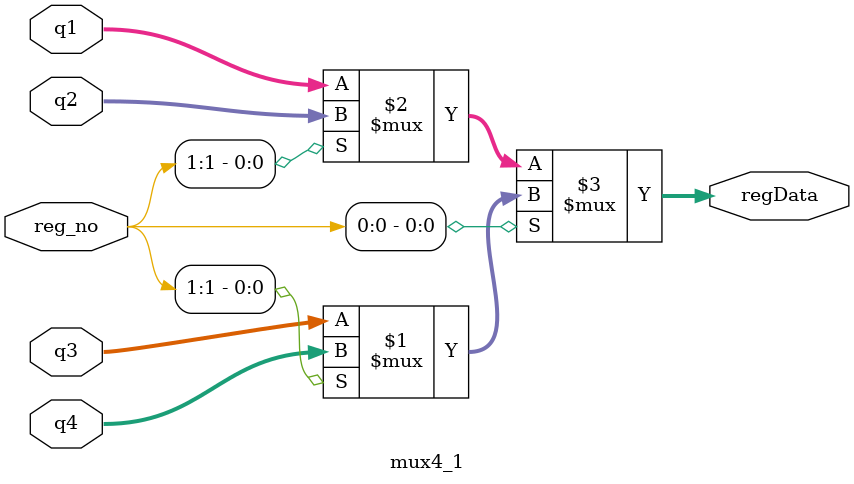
<source format=v>
module mux4_1(regData,q1,q2,q3,q4,reg_no);
	output [31:0] regData;
	input [31:0] q1,q2,q3,q4;
	input [0:1] reg_no;
	assign regData = reg_no[0] ? (reg_no[1] ? q4 : q3) : (reg_no[1] ? q2 : q1);
endmodule

	


	
</source>
